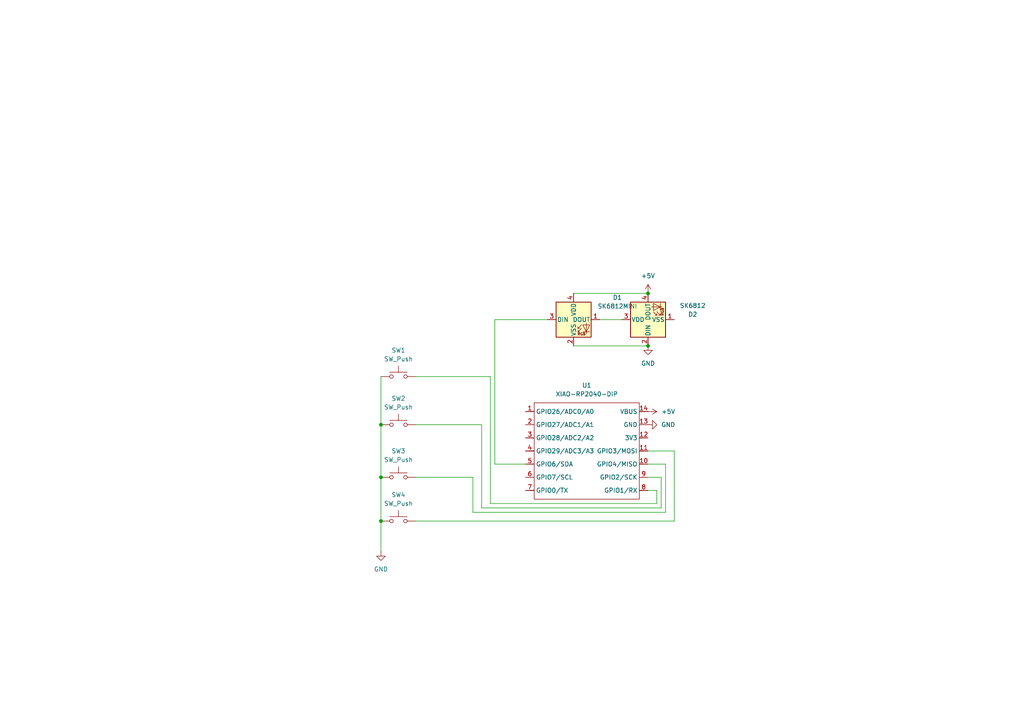
<source format=kicad_sch>
(kicad_sch
	(version 20250114)
	(generator "eeschema")
	(generator_version "9.0")
	(uuid "47e19dde-536f-4392-b4c3-c3d4dead2700")
	(paper "A4")
	(lib_symbols
		(symbol "LED:SK6812"
			(pin_names
				(offset 0.254)
			)
			(exclude_from_sim no)
			(in_bom yes)
			(on_board yes)
			(property "Reference" "D"
				(at 5.08 5.715 0)
				(effects
					(font
						(size 1.27 1.27)
					)
					(justify right bottom)
				)
			)
			(property "Value" "SK6812"
				(at 1.27 -5.715 0)
				(effects
					(font
						(size 1.27 1.27)
					)
					(justify left top)
				)
			)
			(property "Footprint" "LED_SMD:LED_SK6812_PLCC4_5.0x5.0mm_P3.2mm"
				(at 1.27 -7.62 0)
				(effects
					(font
						(size 1.27 1.27)
					)
					(justify left top)
					(hide yes)
				)
			)
			(property "Datasheet" "https://cdn-shop.adafruit.com/product-files/1138/SK6812+LED+datasheet+.pdf"
				(at 2.54 -9.525 0)
				(effects
					(font
						(size 1.27 1.27)
					)
					(justify left top)
					(hide yes)
				)
			)
			(property "Description" "RGB LED with integrated controller"
				(at 0 0 0)
				(effects
					(font
						(size 1.27 1.27)
					)
					(hide yes)
				)
			)
			(property "ki_keywords" "RGB LED NeoPixel addressable"
				(at 0 0 0)
				(effects
					(font
						(size 1.27 1.27)
					)
					(hide yes)
				)
			)
			(property "ki_fp_filters" "LED*SK6812*PLCC*5.0x5.0mm*P3.2mm*"
				(at 0 0 0)
				(effects
					(font
						(size 1.27 1.27)
					)
					(hide yes)
				)
			)
			(symbol "SK6812_0_0"
				(text "RGB"
					(at 2.286 -4.191 0)
					(effects
						(font
							(size 0.762 0.762)
						)
					)
				)
			)
			(symbol "SK6812_0_1"
				(polyline
					(pts
						(xy 1.27 -2.54) (xy 1.778 -2.54)
					)
					(stroke
						(width 0)
						(type default)
					)
					(fill
						(type none)
					)
				)
				(polyline
					(pts
						(xy 1.27 -3.556) (xy 1.778 -3.556)
					)
					(stroke
						(width 0)
						(type default)
					)
					(fill
						(type none)
					)
				)
				(polyline
					(pts
						(xy 2.286 -1.524) (xy 1.27 -2.54) (xy 1.27 -2.032)
					)
					(stroke
						(width 0)
						(type default)
					)
					(fill
						(type none)
					)
				)
				(polyline
					(pts
						(xy 2.286 -2.54) (xy 1.27 -3.556) (xy 1.27 -3.048)
					)
					(stroke
						(width 0)
						(type default)
					)
					(fill
						(type none)
					)
				)
				(polyline
					(pts
						(xy 3.683 -1.016) (xy 3.683 -3.556) (xy 3.683 -4.064)
					)
					(stroke
						(width 0)
						(type default)
					)
					(fill
						(type none)
					)
				)
				(polyline
					(pts
						(xy 4.699 -1.524) (xy 2.667 -1.524) (xy 3.683 -3.556) (xy 4.699 -1.524)
					)
					(stroke
						(width 0)
						(type default)
					)
					(fill
						(type none)
					)
				)
				(polyline
					(pts
						(xy 4.699 -3.556) (xy 2.667 -3.556)
					)
					(stroke
						(width 0)
						(type default)
					)
					(fill
						(type none)
					)
				)
				(rectangle
					(start 5.08 5.08)
					(end -5.08 -5.08)
					(stroke
						(width 0.254)
						(type default)
					)
					(fill
						(type background)
					)
				)
			)
			(symbol "SK6812_1_1"
				(pin input line
					(at -7.62 0 0)
					(length 2.54)
					(name "DIN"
						(effects
							(font
								(size 1.27 1.27)
							)
						)
					)
					(number "2"
						(effects
							(font
								(size 1.27 1.27)
							)
						)
					)
				)
				(pin power_in line
					(at 0 7.62 270)
					(length 2.54)
					(name "VDD"
						(effects
							(font
								(size 1.27 1.27)
							)
						)
					)
					(number "3"
						(effects
							(font
								(size 1.27 1.27)
							)
						)
					)
				)
				(pin power_in line
					(at 0 -7.62 90)
					(length 2.54)
					(name "VSS"
						(effects
							(font
								(size 1.27 1.27)
							)
						)
					)
					(number "1"
						(effects
							(font
								(size 1.27 1.27)
							)
						)
					)
				)
				(pin output line
					(at 7.62 0 180)
					(length 2.54)
					(name "DOUT"
						(effects
							(font
								(size 1.27 1.27)
							)
						)
					)
					(number "4"
						(effects
							(font
								(size 1.27 1.27)
							)
						)
					)
				)
			)
			(embedded_fonts no)
		)
		(symbol "LED:SK6812MINI"
			(pin_names
				(offset 0.254)
			)
			(exclude_from_sim no)
			(in_bom yes)
			(on_board yes)
			(property "Reference" "D"
				(at 5.08 5.715 0)
				(effects
					(font
						(size 1.27 1.27)
					)
					(justify right bottom)
				)
			)
			(property "Value" "SK6812MINI"
				(at 1.27 -5.715 0)
				(effects
					(font
						(size 1.27 1.27)
					)
					(justify left top)
				)
			)
			(property "Footprint" "LED_SMD:LED_SK6812MINI_PLCC4_3.5x3.5mm_P1.75mm"
				(at 1.27 -7.62 0)
				(effects
					(font
						(size 1.27 1.27)
					)
					(justify left top)
					(hide yes)
				)
			)
			(property "Datasheet" "https://cdn-shop.adafruit.com/product-files/2686/SK6812MINI_REV.01-1-2.pdf"
				(at 2.54 -9.525 0)
				(effects
					(font
						(size 1.27 1.27)
					)
					(justify left top)
					(hide yes)
				)
			)
			(property "Description" "RGB LED with integrated controller"
				(at 0 0 0)
				(effects
					(font
						(size 1.27 1.27)
					)
					(hide yes)
				)
			)
			(property "ki_keywords" "RGB LED NeoPixel Mini addressable"
				(at 0 0 0)
				(effects
					(font
						(size 1.27 1.27)
					)
					(hide yes)
				)
			)
			(property "ki_fp_filters" "LED*SK6812MINI*PLCC*3.5x3.5mm*P1.75mm*"
				(at 0 0 0)
				(effects
					(font
						(size 1.27 1.27)
					)
					(hide yes)
				)
			)
			(symbol "SK6812MINI_0_0"
				(text "RGB"
					(at 2.286 -4.191 0)
					(effects
						(font
							(size 0.762 0.762)
						)
					)
				)
			)
			(symbol "SK6812MINI_0_1"
				(polyline
					(pts
						(xy 1.27 -2.54) (xy 1.778 -2.54)
					)
					(stroke
						(width 0)
						(type default)
					)
					(fill
						(type none)
					)
				)
				(polyline
					(pts
						(xy 1.27 -3.556) (xy 1.778 -3.556)
					)
					(stroke
						(width 0)
						(type default)
					)
					(fill
						(type none)
					)
				)
				(polyline
					(pts
						(xy 2.286 -1.524) (xy 1.27 -2.54) (xy 1.27 -2.032)
					)
					(stroke
						(width 0)
						(type default)
					)
					(fill
						(type none)
					)
				)
				(polyline
					(pts
						(xy 2.286 -2.54) (xy 1.27 -3.556) (xy 1.27 -3.048)
					)
					(stroke
						(width 0)
						(type default)
					)
					(fill
						(type none)
					)
				)
				(polyline
					(pts
						(xy 3.683 -1.016) (xy 3.683 -3.556) (xy 3.683 -4.064)
					)
					(stroke
						(width 0)
						(type default)
					)
					(fill
						(type none)
					)
				)
				(polyline
					(pts
						(xy 4.699 -1.524) (xy 2.667 -1.524) (xy 3.683 -3.556) (xy 4.699 -1.524)
					)
					(stroke
						(width 0)
						(type default)
					)
					(fill
						(type none)
					)
				)
				(polyline
					(pts
						(xy 4.699 -3.556) (xy 2.667 -3.556)
					)
					(stroke
						(width 0)
						(type default)
					)
					(fill
						(type none)
					)
				)
				(rectangle
					(start 5.08 5.08)
					(end -5.08 -5.08)
					(stroke
						(width 0.254)
						(type default)
					)
					(fill
						(type background)
					)
				)
			)
			(symbol "SK6812MINI_1_1"
				(pin input line
					(at -7.62 0 0)
					(length 2.54)
					(name "DIN"
						(effects
							(font
								(size 1.27 1.27)
							)
						)
					)
					(number "3"
						(effects
							(font
								(size 1.27 1.27)
							)
						)
					)
				)
				(pin power_in line
					(at 0 7.62 270)
					(length 2.54)
					(name "VDD"
						(effects
							(font
								(size 1.27 1.27)
							)
						)
					)
					(number "4"
						(effects
							(font
								(size 1.27 1.27)
							)
						)
					)
				)
				(pin power_in line
					(at 0 -7.62 90)
					(length 2.54)
					(name "VSS"
						(effects
							(font
								(size 1.27 1.27)
							)
						)
					)
					(number "2"
						(effects
							(font
								(size 1.27 1.27)
							)
						)
					)
				)
				(pin output line
					(at 7.62 0 180)
					(length 2.54)
					(name "DOUT"
						(effects
							(font
								(size 1.27 1.27)
							)
						)
					)
					(number "1"
						(effects
							(font
								(size 1.27 1.27)
							)
						)
					)
				)
			)
			(embedded_fonts no)
		)
		(symbol "Seeed_Studio_XIAO_Series:XIAO-RP2040-DIP"
			(exclude_from_sim no)
			(in_bom yes)
			(on_board yes)
			(property "Reference" "U"
				(at 0 0 0)
				(effects
					(font
						(size 1.27 1.27)
					)
				)
			)
			(property "Value" "XIAO-RP2040-DIP"
				(at 5.334 -1.778 0)
				(effects
					(font
						(size 1.27 1.27)
					)
				)
			)
			(property "Footprint" "Module:MOUDLE14P-XIAO-DIP-SMD"
				(at 14.478 -32.258 0)
				(effects
					(font
						(size 1.27 1.27)
					)
					(hide yes)
				)
			)
			(property "Datasheet" ""
				(at 0 0 0)
				(effects
					(font
						(size 1.27 1.27)
					)
					(hide yes)
				)
			)
			(property "Description" ""
				(at 0 0 0)
				(effects
					(font
						(size 1.27 1.27)
					)
					(hide yes)
				)
			)
			(symbol "XIAO-RP2040-DIP_1_0"
				(polyline
					(pts
						(xy -1.27 -2.54) (xy 29.21 -2.54)
					)
					(stroke
						(width 0.1524)
						(type solid)
					)
					(fill
						(type none)
					)
				)
				(polyline
					(pts
						(xy -1.27 -5.08) (xy -2.54 -5.08)
					)
					(stroke
						(width 0.1524)
						(type solid)
					)
					(fill
						(type none)
					)
				)
				(polyline
					(pts
						(xy -1.27 -5.08) (xy -1.27 -2.54)
					)
					(stroke
						(width 0.1524)
						(type solid)
					)
					(fill
						(type none)
					)
				)
				(polyline
					(pts
						(xy -1.27 -8.89) (xy -2.54 -8.89)
					)
					(stroke
						(width 0.1524)
						(type solid)
					)
					(fill
						(type none)
					)
				)
				(polyline
					(pts
						(xy -1.27 -8.89) (xy -1.27 -5.08)
					)
					(stroke
						(width 0.1524)
						(type solid)
					)
					(fill
						(type none)
					)
				)
				(polyline
					(pts
						(xy -1.27 -12.7) (xy -2.54 -12.7)
					)
					(stroke
						(width 0.1524)
						(type solid)
					)
					(fill
						(type none)
					)
				)
				(polyline
					(pts
						(xy -1.27 -12.7) (xy -1.27 -8.89)
					)
					(stroke
						(width 0.1524)
						(type solid)
					)
					(fill
						(type none)
					)
				)
				(polyline
					(pts
						(xy -1.27 -16.51) (xy -2.54 -16.51)
					)
					(stroke
						(width 0.1524)
						(type solid)
					)
					(fill
						(type none)
					)
				)
				(polyline
					(pts
						(xy -1.27 -16.51) (xy -1.27 -12.7)
					)
					(stroke
						(width 0.1524)
						(type solid)
					)
					(fill
						(type none)
					)
				)
				(polyline
					(pts
						(xy -1.27 -20.32) (xy -2.54 -20.32)
					)
					(stroke
						(width 0.1524)
						(type solid)
					)
					(fill
						(type none)
					)
				)
				(polyline
					(pts
						(xy -1.27 -24.13) (xy -2.54 -24.13)
					)
					(stroke
						(width 0.1524)
						(type solid)
					)
					(fill
						(type none)
					)
				)
				(polyline
					(pts
						(xy -1.27 -27.94) (xy -2.54 -27.94)
					)
					(stroke
						(width 0.1524)
						(type solid)
					)
					(fill
						(type none)
					)
				)
				(polyline
					(pts
						(xy -1.27 -30.48) (xy -1.27 -16.51)
					)
					(stroke
						(width 0.1524)
						(type solid)
					)
					(fill
						(type none)
					)
				)
				(polyline
					(pts
						(xy 29.21 -2.54) (xy 29.21 -5.08)
					)
					(stroke
						(width 0.1524)
						(type solid)
					)
					(fill
						(type none)
					)
				)
				(polyline
					(pts
						(xy 29.21 -5.08) (xy 29.21 -8.89)
					)
					(stroke
						(width 0.1524)
						(type solid)
					)
					(fill
						(type none)
					)
				)
				(polyline
					(pts
						(xy 29.21 -8.89) (xy 29.21 -12.7)
					)
					(stroke
						(width 0.1524)
						(type solid)
					)
					(fill
						(type none)
					)
				)
				(polyline
					(pts
						(xy 29.21 -12.7) (xy 29.21 -30.48)
					)
					(stroke
						(width 0.1524)
						(type solid)
					)
					(fill
						(type none)
					)
				)
				(polyline
					(pts
						(xy 29.21 -30.48) (xy -1.27 -30.48)
					)
					(stroke
						(width 0.1524)
						(type solid)
					)
					(fill
						(type none)
					)
				)
				(polyline
					(pts
						(xy 30.48 -5.08) (xy 29.21 -5.08)
					)
					(stroke
						(width 0.1524)
						(type solid)
					)
					(fill
						(type none)
					)
				)
				(polyline
					(pts
						(xy 30.48 -8.89) (xy 29.21 -8.89)
					)
					(stroke
						(width 0.1524)
						(type solid)
					)
					(fill
						(type none)
					)
				)
				(polyline
					(pts
						(xy 30.48 -12.7) (xy 29.21 -12.7)
					)
					(stroke
						(width 0.1524)
						(type solid)
					)
					(fill
						(type none)
					)
				)
				(polyline
					(pts
						(xy 30.48 -16.51) (xy 29.21 -16.51)
					)
					(stroke
						(width 0.1524)
						(type solid)
					)
					(fill
						(type none)
					)
				)
				(polyline
					(pts
						(xy 30.48 -20.32) (xy 29.21 -20.32)
					)
					(stroke
						(width 0.1524)
						(type solid)
					)
					(fill
						(type none)
					)
				)
				(polyline
					(pts
						(xy 30.48 -24.13) (xy 29.21 -24.13)
					)
					(stroke
						(width 0.1524)
						(type solid)
					)
					(fill
						(type none)
					)
				)
				(polyline
					(pts
						(xy 30.48 -27.94) (xy 29.21 -27.94)
					)
					(stroke
						(width 0.1524)
						(type solid)
					)
					(fill
						(type none)
					)
				)
				(pin passive line
					(at -3.81 -5.08 0)
					(length 2.54)
					(name "GPIO26/ADC0/A0"
						(effects
							(font
								(size 1.27 1.27)
							)
						)
					)
					(number "1"
						(effects
							(font
								(size 1.27 1.27)
							)
						)
					)
				)
				(pin passive line
					(at -3.81 -8.89 0)
					(length 2.54)
					(name "GPIO27/ADC1/A1"
						(effects
							(font
								(size 1.27 1.27)
							)
						)
					)
					(number "2"
						(effects
							(font
								(size 1.27 1.27)
							)
						)
					)
				)
				(pin passive line
					(at -3.81 -12.7 0)
					(length 2.54)
					(name "GPIO28/ADC2/A2"
						(effects
							(font
								(size 1.27 1.27)
							)
						)
					)
					(number "3"
						(effects
							(font
								(size 1.27 1.27)
							)
						)
					)
				)
				(pin passive line
					(at -3.81 -16.51 0)
					(length 2.54)
					(name "GPIO29/ADC3/A3"
						(effects
							(font
								(size 1.27 1.27)
							)
						)
					)
					(number "4"
						(effects
							(font
								(size 1.27 1.27)
							)
						)
					)
				)
				(pin passive line
					(at -3.81 -20.32 0)
					(length 2.54)
					(name "GPIO6/SDA"
						(effects
							(font
								(size 1.27 1.27)
							)
						)
					)
					(number "5"
						(effects
							(font
								(size 1.27 1.27)
							)
						)
					)
				)
				(pin passive line
					(at -3.81 -24.13 0)
					(length 2.54)
					(name "GPIO7/SCL"
						(effects
							(font
								(size 1.27 1.27)
							)
						)
					)
					(number "6"
						(effects
							(font
								(size 1.27 1.27)
							)
						)
					)
				)
				(pin passive line
					(at -3.81 -27.94 0)
					(length 2.54)
					(name "GPIO0/TX"
						(effects
							(font
								(size 1.27 1.27)
							)
						)
					)
					(number "7"
						(effects
							(font
								(size 1.27 1.27)
							)
						)
					)
				)
				(pin passive line
					(at 31.75 -5.08 180)
					(length 2.54)
					(name "VBUS"
						(effects
							(font
								(size 1.27 1.27)
							)
						)
					)
					(number "14"
						(effects
							(font
								(size 1.27 1.27)
							)
						)
					)
				)
				(pin passive line
					(at 31.75 -8.89 180)
					(length 2.54)
					(name "GND"
						(effects
							(font
								(size 1.27 1.27)
							)
						)
					)
					(number "13"
						(effects
							(font
								(size 1.27 1.27)
							)
						)
					)
				)
				(pin passive line
					(at 31.75 -12.7 180)
					(length 2.54)
					(name "3V3"
						(effects
							(font
								(size 1.27 1.27)
							)
						)
					)
					(number "12"
						(effects
							(font
								(size 1.27 1.27)
							)
						)
					)
				)
				(pin passive line
					(at 31.75 -16.51 180)
					(length 2.54)
					(name "GPIO3/MOSI"
						(effects
							(font
								(size 1.27 1.27)
							)
						)
					)
					(number "11"
						(effects
							(font
								(size 1.27 1.27)
							)
						)
					)
				)
				(pin passive line
					(at 31.75 -20.32 180)
					(length 2.54)
					(name "GPIO4/MISO"
						(effects
							(font
								(size 1.27 1.27)
							)
						)
					)
					(number "10"
						(effects
							(font
								(size 1.27 1.27)
							)
						)
					)
				)
				(pin passive line
					(at 31.75 -24.13 180)
					(length 2.54)
					(name "GPIO2/SCK"
						(effects
							(font
								(size 1.27 1.27)
							)
						)
					)
					(number "9"
						(effects
							(font
								(size 1.27 1.27)
							)
						)
					)
				)
				(pin passive line
					(at 31.75 -27.94 180)
					(length 2.54)
					(name "GPIO1/RX"
						(effects
							(font
								(size 1.27 1.27)
							)
						)
					)
					(number "8"
						(effects
							(font
								(size 1.27 1.27)
							)
						)
					)
				)
			)
			(embedded_fonts no)
		)
		(symbol "Switch:SW_Push"
			(pin_numbers
				(hide yes)
			)
			(pin_names
				(offset 1.016)
				(hide yes)
			)
			(exclude_from_sim no)
			(in_bom yes)
			(on_board yes)
			(property "Reference" "SW"
				(at 1.27 2.54 0)
				(effects
					(font
						(size 1.27 1.27)
					)
					(justify left)
				)
			)
			(property "Value" "SW_Push"
				(at 0 -1.524 0)
				(effects
					(font
						(size 1.27 1.27)
					)
				)
			)
			(property "Footprint" ""
				(at 0 5.08 0)
				(effects
					(font
						(size 1.27 1.27)
					)
					(hide yes)
				)
			)
			(property "Datasheet" "~"
				(at 0 5.08 0)
				(effects
					(font
						(size 1.27 1.27)
					)
					(hide yes)
				)
			)
			(property "Description" "Push button switch, generic, two pins"
				(at 0 0 0)
				(effects
					(font
						(size 1.27 1.27)
					)
					(hide yes)
				)
			)
			(property "ki_keywords" "switch normally-open pushbutton push-button"
				(at 0 0 0)
				(effects
					(font
						(size 1.27 1.27)
					)
					(hide yes)
				)
			)
			(symbol "SW_Push_0_1"
				(circle
					(center -2.032 0)
					(radius 0.508)
					(stroke
						(width 0)
						(type default)
					)
					(fill
						(type none)
					)
				)
				(polyline
					(pts
						(xy 0 1.27) (xy 0 3.048)
					)
					(stroke
						(width 0)
						(type default)
					)
					(fill
						(type none)
					)
				)
				(circle
					(center 2.032 0)
					(radius 0.508)
					(stroke
						(width 0)
						(type default)
					)
					(fill
						(type none)
					)
				)
				(polyline
					(pts
						(xy 2.54 1.27) (xy -2.54 1.27)
					)
					(stroke
						(width 0)
						(type default)
					)
					(fill
						(type none)
					)
				)
				(pin passive line
					(at -5.08 0 0)
					(length 2.54)
					(name "1"
						(effects
							(font
								(size 1.27 1.27)
							)
						)
					)
					(number "1"
						(effects
							(font
								(size 1.27 1.27)
							)
						)
					)
				)
				(pin passive line
					(at 5.08 0 180)
					(length 2.54)
					(name "2"
						(effects
							(font
								(size 1.27 1.27)
							)
						)
					)
					(number "2"
						(effects
							(font
								(size 1.27 1.27)
							)
						)
					)
				)
			)
			(embedded_fonts no)
		)
		(symbol "power:+5V"
			(power)
			(pin_numbers
				(hide yes)
			)
			(pin_names
				(offset 0)
				(hide yes)
			)
			(exclude_from_sim no)
			(in_bom yes)
			(on_board yes)
			(property "Reference" "#PWR"
				(at 0 -3.81 0)
				(effects
					(font
						(size 1.27 1.27)
					)
					(hide yes)
				)
			)
			(property "Value" "+5V"
				(at 0 3.556 0)
				(effects
					(font
						(size 1.27 1.27)
					)
				)
			)
			(property "Footprint" ""
				(at 0 0 0)
				(effects
					(font
						(size 1.27 1.27)
					)
					(hide yes)
				)
			)
			(property "Datasheet" ""
				(at 0 0 0)
				(effects
					(font
						(size 1.27 1.27)
					)
					(hide yes)
				)
			)
			(property "Description" "Power symbol creates a global label with name \"+5V\""
				(at 0 0 0)
				(effects
					(font
						(size 1.27 1.27)
					)
					(hide yes)
				)
			)
			(property "ki_keywords" "global power"
				(at 0 0 0)
				(effects
					(font
						(size 1.27 1.27)
					)
					(hide yes)
				)
			)
			(symbol "+5V_0_1"
				(polyline
					(pts
						(xy -0.762 1.27) (xy 0 2.54)
					)
					(stroke
						(width 0)
						(type default)
					)
					(fill
						(type none)
					)
				)
				(polyline
					(pts
						(xy 0 2.54) (xy 0.762 1.27)
					)
					(stroke
						(width 0)
						(type default)
					)
					(fill
						(type none)
					)
				)
				(polyline
					(pts
						(xy 0 0) (xy 0 2.54)
					)
					(stroke
						(width 0)
						(type default)
					)
					(fill
						(type none)
					)
				)
			)
			(symbol "+5V_1_1"
				(pin power_in line
					(at 0 0 90)
					(length 0)
					(name "~"
						(effects
							(font
								(size 1.27 1.27)
							)
						)
					)
					(number "1"
						(effects
							(font
								(size 1.27 1.27)
							)
						)
					)
				)
			)
			(embedded_fonts no)
		)
		(symbol "power:GND"
			(power)
			(pin_numbers
				(hide yes)
			)
			(pin_names
				(offset 0)
				(hide yes)
			)
			(exclude_from_sim no)
			(in_bom yes)
			(on_board yes)
			(property "Reference" "#PWR"
				(at 0 -6.35 0)
				(effects
					(font
						(size 1.27 1.27)
					)
					(hide yes)
				)
			)
			(property "Value" "GND"
				(at 0 -3.81 0)
				(effects
					(font
						(size 1.27 1.27)
					)
				)
			)
			(property "Footprint" ""
				(at 0 0 0)
				(effects
					(font
						(size 1.27 1.27)
					)
					(hide yes)
				)
			)
			(property "Datasheet" ""
				(at 0 0 0)
				(effects
					(font
						(size 1.27 1.27)
					)
					(hide yes)
				)
			)
			(property "Description" "Power symbol creates a global label with name \"GND\" , ground"
				(at 0 0 0)
				(effects
					(font
						(size 1.27 1.27)
					)
					(hide yes)
				)
			)
			(property "ki_keywords" "global power"
				(at 0 0 0)
				(effects
					(font
						(size 1.27 1.27)
					)
					(hide yes)
				)
			)
			(symbol "GND_0_1"
				(polyline
					(pts
						(xy 0 0) (xy 0 -1.27) (xy 1.27 -1.27) (xy 0 -2.54) (xy -1.27 -1.27) (xy 0 -1.27)
					)
					(stroke
						(width 0)
						(type default)
					)
					(fill
						(type none)
					)
				)
			)
			(symbol "GND_1_1"
				(pin power_in line
					(at 0 0 270)
					(length 0)
					(name "~"
						(effects
							(font
								(size 1.27 1.27)
							)
						)
					)
					(number "1"
						(effects
							(font
								(size 1.27 1.27)
							)
						)
					)
				)
			)
			(embedded_fonts no)
		)
	)
	(junction
		(at 187.96 85.09)
		(diameter 0)
		(color 0 0 0 0)
		(uuid "2d785f85-4334-4498-983d-253f05b7bbab")
	)
	(junction
		(at 110.49 138.43)
		(diameter 0)
		(color 0 0 0 0)
		(uuid "309d37b0-2ad0-4d81-8794-3ef85deeac0e")
	)
	(junction
		(at 110.49 123.19)
		(diameter 0)
		(color 0 0 0 0)
		(uuid "62f933d8-159f-4bdd-81fb-69260f7ed363")
	)
	(junction
		(at 187.96 100.33)
		(diameter 0)
		(color 0 0 0 0)
		(uuid "9b6cf75f-aee5-480a-8823-1cd0d336a7c1")
	)
	(junction
		(at 110.49 151.13)
		(diameter 0)
		(color 0 0 0 0)
		(uuid "c5f279e5-0ca7-4667-a7a3-6309b4a213ac")
	)
	(wire
		(pts
			(xy 110.49 109.22) (xy 110.49 123.19)
		)
		(stroke
			(width 0)
			(type default)
		)
		(uuid "0265ea70-d5c7-4e9e-b598-fcabc4e2be4d")
	)
	(wire
		(pts
			(xy 120.65 109.22) (xy 142.24 109.22)
		)
		(stroke
			(width 0)
			(type default)
		)
		(uuid "184bd59d-0c60-49fc-85cf-798b0d5a38cb")
	)
	(wire
		(pts
			(xy 195.58 151.13) (xy 195.58 130.81)
		)
		(stroke
			(width 0)
			(type default)
		)
		(uuid "1a2854ec-8cd3-447b-8050-0db609b16d8d")
	)
	(wire
		(pts
			(xy 190.5 146.05) (xy 190.5 142.24)
		)
		(stroke
			(width 0)
			(type default)
		)
		(uuid "1f36729d-ccb1-4c99-98ae-5be565fdee8a")
	)
	(wire
		(pts
			(xy 120.65 151.13) (xy 195.58 151.13)
		)
		(stroke
			(width 0)
			(type default)
		)
		(uuid "24719acb-acfb-42c9-bb83-c9b49c6403e8")
	)
	(wire
		(pts
			(xy 110.49 151.13) (xy 110.49 160.02)
		)
		(stroke
			(width 0)
			(type default)
		)
		(uuid "25b32992-e975-4674-b627-50375195f754")
	)
	(wire
		(pts
			(xy 166.37 100.33) (xy 187.96 100.33)
		)
		(stroke
			(width 0)
			(type default)
		)
		(uuid "317c7c92-2aaa-40c8-ab98-41353dadc2eb")
	)
	(wire
		(pts
			(xy 143.51 134.62) (xy 152.4 134.62)
		)
		(stroke
			(width 0)
			(type default)
		)
		(uuid "3432e580-3df5-4909-af57-86f2e4f07467")
	)
	(wire
		(pts
			(xy 195.58 130.81) (xy 187.96 130.81)
		)
		(stroke
			(width 0)
			(type default)
		)
		(uuid "3db4122b-16b2-4ad6-85f1-4319d531eddd")
	)
	(wire
		(pts
			(xy 137.16 148.59) (xy 193.04 148.59)
		)
		(stroke
			(width 0)
			(type default)
		)
		(uuid "51072464-fb62-4ea6-af90-8272b07cb84f")
	)
	(wire
		(pts
			(xy 191.77 147.32) (xy 191.77 138.43)
		)
		(stroke
			(width 0)
			(type default)
		)
		(uuid "54084545-2b54-4cc5-be9e-815fc3e95625")
	)
	(wire
		(pts
			(xy 142.24 109.22) (xy 142.24 146.05)
		)
		(stroke
			(width 0)
			(type default)
		)
		(uuid "59ca5d08-4936-44eb-a0c4-835660e08478")
	)
	(wire
		(pts
			(xy 120.65 123.19) (xy 139.7 123.19)
		)
		(stroke
			(width 0)
			(type default)
		)
		(uuid "629dd110-23a6-41b1-8756-594d73d82b64")
	)
	(wire
		(pts
			(xy 139.7 123.19) (xy 139.7 147.32)
		)
		(stroke
			(width 0)
			(type default)
		)
		(uuid "66965ac8-d625-4791-9ed4-c37e927ed8d8")
	)
	(wire
		(pts
			(xy 193.04 148.59) (xy 193.04 134.62)
		)
		(stroke
			(width 0)
			(type default)
		)
		(uuid "6d8e51c5-c3ff-44d2-8a85-77da89e8dd40")
	)
	(wire
		(pts
			(xy 190.5 142.24) (xy 187.96 142.24)
		)
		(stroke
			(width 0)
			(type default)
		)
		(uuid "76479207-2695-4758-93cd-695dd5aa42a7")
	)
	(wire
		(pts
			(xy 110.49 123.19) (xy 110.49 138.43)
		)
		(stroke
			(width 0)
			(type default)
		)
		(uuid "7fe81301-ba66-41ef-b7bd-1291bceea49e")
	)
	(wire
		(pts
			(xy 158.75 92.71) (xy 143.51 92.71)
		)
		(stroke
			(width 0)
			(type default)
		)
		(uuid "875f48ee-5efc-4ffa-bcd8-f43c25ad1d33")
	)
	(wire
		(pts
			(xy 173.99 92.71) (xy 180.34 92.71)
		)
		(stroke
			(width 0)
			(type default)
		)
		(uuid "8a32f326-8830-4fa0-92a2-46f90c1ada9f")
	)
	(wire
		(pts
			(xy 139.7 147.32) (xy 191.77 147.32)
		)
		(stroke
			(width 0)
			(type default)
		)
		(uuid "8e3e74ab-2aa6-438b-b63f-6444d3acffb2")
	)
	(wire
		(pts
			(xy 142.24 146.05) (xy 190.5 146.05)
		)
		(stroke
			(width 0)
			(type default)
		)
		(uuid "ab45ba29-5caf-4b27-a88f-f9829e6abeaa")
	)
	(wire
		(pts
			(xy 143.51 92.71) (xy 143.51 134.62)
		)
		(stroke
			(width 0)
			(type default)
		)
		(uuid "b7fce1bd-4f31-4d90-b174-306cb9129675")
	)
	(wire
		(pts
			(xy 166.37 85.09) (xy 187.96 85.09)
		)
		(stroke
			(width 0)
			(type default)
		)
		(uuid "bd97ad20-3954-4695-b7a3-a9caef362d76")
	)
	(wire
		(pts
			(xy 137.16 138.43) (xy 137.16 148.59)
		)
		(stroke
			(width 0)
			(type default)
		)
		(uuid "be98d908-b71d-4bed-82de-e78901f02cf7")
	)
	(wire
		(pts
			(xy 110.49 138.43) (xy 110.49 151.13)
		)
		(stroke
			(width 0)
			(type default)
		)
		(uuid "c0aa2deb-a71d-49e0-a276-5c3f91603b33")
	)
	(wire
		(pts
			(xy 193.04 134.62) (xy 187.96 134.62)
		)
		(stroke
			(width 0)
			(type default)
		)
		(uuid "cf08668f-3e5a-4293-aa65-7b3b546eadf5")
	)
	(wire
		(pts
			(xy 120.65 138.43) (xy 137.16 138.43)
		)
		(stroke
			(width 0)
			(type default)
		)
		(uuid "d82f319d-1071-4489-8165-3a8b670f6696")
	)
	(wire
		(pts
			(xy 191.77 138.43) (xy 187.96 138.43)
		)
		(stroke
			(width 0)
			(type default)
		)
		(uuid "f2d48a2d-f451-403d-87dd-65604afa35b8")
	)
	(symbol
		(lib_id "power:+5V")
		(at 187.96 119.38 270)
		(unit 1)
		(exclude_from_sim no)
		(in_bom yes)
		(on_board yes)
		(dnp no)
		(fields_autoplaced yes)
		(uuid "36a6e9d8-1175-4961-b778-80c4fa51eda6")
		(property "Reference" "#PWR03"
			(at 184.15 119.38 0)
			(effects
				(font
					(size 1.27 1.27)
				)
				(hide yes)
			)
		)
		(property "Value" "+5V"
			(at 191.77 119.3799 90)
			(effects
				(font
					(size 1.27 1.27)
				)
				(justify left)
			)
		)
		(property "Footprint" ""
			(at 187.96 119.38 0)
			(effects
				(font
					(size 1.27 1.27)
				)
				(hide yes)
			)
		)
		(property "Datasheet" ""
			(at 187.96 119.38 0)
			(effects
				(font
					(size 1.27 1.27)
				)
				(hide yes)
			)
		)
		(property "Description" "Power symbol creates a global label with name \"+5V\""
			(at 187.96 119.38 0)
			(effects
				(font
					(size 1.27 1.27)
				)
				(hide yes)
			)
		)
		(pin "1"
			(uuid "14f75e46-147c-4d13-b7a3-3dcbf1e08ca2")
		)
		(instances
			(project ""
				(path "/47e19dde-536f-4392-b4c3-c3d4dead2700"
					(reference "#PWR03")
					(unit 1)
				)
			)
		)
	)
	(symbol
		(lib_id "power:GND")
		(at 187.96 123.19 90)
		(unit 1)
		(exclude_from_sim no)
		(in_bom yes)
		(on_board yes)
		(dnp no)
		(fields_autoplaced yes)
		(uuid "531b8689-7d21-4c92-9f41-8a8c11263d10")
		(property "Reference" "#PWR02"
			(at 194.31 123.19 0)
			(effects
				(font
					(size 1.27 1.27)
				)
				(hide yes)
			)
		)
		(property "Value" "GND"
			(at 191.77 123.1899 90)
			(effects
				(font
					(size 1.27 1.27)
				)
				(justify right)
			)
		)
		(property "Footprint" ""
			(at 187.96 123.19 0)
			(effects
				(font
					(size 1.27 1.27)
				)
				(hide yes)
			)
		)
		(property "Datasheet" ""
			(at 187.96 123.19 0)
			(effects
				(font
					(size 1.27 1.27)
				)
				(hide yes)
			)
		)
		(property "Description" "Power symbol creates a global label with name \"GND\" , ground"
			(at 187.96 123.19 0)
			(effects
				(font
					(size 1.27 1.27)
				)
				(hide yes)
			)
		)
		(pin "1"
			(uuid "4a6798a1-ef01-46b2-8359-0057ed84492e")
		)
		(instances
			(project ""
				(path "/47e19dde-536f-4392-b4c3-c3d4dead2700"
					(reference "#PWR02")
					(unit 1)
				)
			)
		)
	)
	(symbol
		(lib_id "Switch:SW_Push")
		(at 115.57 123.19 0)
		(unit 1)
		(exclude_from_sim no)
		(in_bom yes)
		(on_board yes)
		(dnp no)
		(fields_autoplaced yes)
		(uuid "616641a3-bb27-40b4-a713-33621f3d9da1")
		(property "Reference" "SW2"
			(at 115.57 115.57 0)
			(effects
				(font
					(size 1.27 1.27)
				)
			)
		)
		(property "Value" "SW_Push"
			(at 115.57 118.11 0)
			(effects
				(font
					(size 1.27 1.27)
				)
			)
		)
		(property "Footprint" "Button_Switch_Keyboard:SW_Cherry_MX_1.00u_PCB"
			(at 115.57 118.11 0)
			(effects
				(font
					(size 1.27 1.27)
				)
				(hide yes)
			)
		)
		(property "Datasheet" "~"
			(at 115.57 118.11 0)
			(effects
				(font
					(size 1.27 1.27)
				)
				(hide yes)
			)
		)
		(property "Description" "Push button switch, generic, two pins"
			(at 115.57 123.19 0)
			(effects
				(font
					(size 1.27 1.27)
				)
				(hide yes)
			)
		)
		(pin "1"
			(uuid "2a9aa858-7ff0-4c27-ac92-6cac5acc5c04")
		)
		(pin "2"
			(uuid "a6668fe3-1ca1-43d8-93e1-23ab18dea5e8")
		)
		(instances
			(project ""
				(path "/47e19dde-536f-4392-b4c3-c3d4dead2700"
					(reference "SW2")
					(unit 1)
				)
			)
		)
	)
	(symbol
		(lib_id "Switch:SW_Push")
		(at 115.57 138.43 0)
		(unit 1)
		(exclude_from_sim no)
		(in_bom yes)
		(on_board yes)
		(dnp no)
		(fields_autoplaced yes)
		(uuid "8ea051e1-2b4a-4738-a076-253b043c6161")
		(property "Reference" "SW3"
			(at 115.57 130.81 0)
			(effects
				(font
					(size 1.27 1.27)
				)
			)
		)
		(property "Value" "SW_Push"
			(at 115.57 133.35 0)
			(effects
				(font
					(size 1.27 1.27)
				)
			)
		)
		(property "Footprint" "Button_Switch_Keyboard:SW_Cherry_MX_1.00u_PCB"
			(at 115.57 133.35 0)
			(effects
				(font
					(size 1.27 1.27)
				)
				(hide yes)
			)
		)
		(property "Datasheet" "~"
			(at 115.57 133.35 0)
			(effects
				(font
					(size 1.27 1.27)
				)
				(hide yes)
			)
		)
		(property "Description" "Push button switch, generic, two pins"
			(at 115.57 138.43 0)
			(effects
				(font
					(size 1.27 1.27)
				)
				(hide yes)
			)
		)
		(pin "2"
			(uuid "0332ac43-441f-4c11-8518-1c301174fbc1")
		)
		(pin "1"
			(uuid "52b0cba5-c6a1-4c9b-b5dd-7c0ef4a65c4b")
		)
		(instances
			(project ""
				(path "/47e19dde-536f-4392-b4c3-c3d4dead2700"
					(reference "SW3")
					(unit 1)
				)
			)
		)
	)
	(symbol
		(lib_id "LED:SK6812")
		(at 187.96 92.71 90)
		(unit 1)
		(exclude_from_sim no)
		(in_bom yes)
		(on_board yes)
		(dnp no)
		(uuid "92a8cab1-34bc-4971-866b-14300ae8e045")
		(property "Reference" "D2"
			(at 200.914 91.186 90)
			(effects
				(font
					(size 1.27 1.27)
				)
			)
		)
		(property "Value" "SK6812"
			(at 200.914 88.646 90)
			(effects
				(font
					(size 1.27 1.27)
				)
			)
		)
		(property "Footprint" "LED_SMD:LED_SK6812MINI_PLCC4_3.5x3.5mm_P1.75mm"
			(at 195.58 91.44 0)
			(effects
				(font
					(size 1.27 1.27)
				)
				(justify left top)
				(hide yes)
			)
		)
		(property "Datasheet" "https://cdn-shop.adafruit.com/product-files/1138/SK6812+LED+datasheet+.pdf"
			(at 197.485 90.17 0)
			(effects
				(font
					(size 1.27 1.27)
				)
				(justify left top)
				(hide yes)
			)
		)
		(property "Description" "RGB LED with integrated controller"
			(at 187.96 92.71 0)
			(effects
				(font
					(size 1.27 1.27)
				)
				(hide yes)
			)
		)
		(pin "4"
			(uuid "42404b55-a99e-49e6-b0c2-7d4f3a7f3261")
		)
		(pin "1"
			(uuid "6aed6207-9b20-41aa-bc30-bc592566beac")
		)
		(pin "3"
			(uuid "ca22887e-37ac-4952-9c28-63b8b5a8da7e")
		)
		(pin "2"
			(uuid "cfb3093e-b609-48b5-97e4-72176272982d")
		)
		(instances
			(project ""
				(path "/47e19dde-536f-4392-b4c3-c3d4dead2700"
					(reference "D2")
					(unit 1)
				)
			)
		)
	)
	(symbol
		(lib_id "power:GND")
		(at 110.49 160.02 0)
		(unit 1)
		(exclude_from_sim no)
		(in_bom yes)
		(on_board yes)
		(dnp no)
		(fields_autoplaced yes)
		(uuid "a4172e6b-e55f-40ac-bb9a-f120cca6258e")
		(property "Reference" "#PWR01"
			(at 110.49 166.37 0)
			(effects
				(font
					(size 1.27 1.27)
				)
				(hide yes)
			)
		)
		(property "Value" "GND"
			(at 110.49 165.1 0)
			(effects
				(font
					(size 1.27 1.27)
				)
			)
		)
		(property "Footprint" ""
			(at 110.49 160.02 0)
			(effects
				(font
					(size 1.27 1.27)
				)
				(hide yes)
			)
		)
		(property "Datasheet" ""
			(at 110.49 160.02 0)
			(effects
				(font
					(size 1.27 1.27)
				)
				(hide yes)
			)
		)
		(property "Description" "Power symbol creates a global label with name \"GND\" , ground"
			(at 110.49 160.02 0)
			(effects
				(font
					(size 1.27 1.27)
				)
				(hide yes)
			)
		)
		(pin "1"
			(uuid "5bcfaf04-0c5e-4c3d-bed2-dd6d2721e5f9")
		)
		(instances
			(project ""
				(path "/47e19dde-536f-4392-b4c3-c3d4dead2700"
					(reference "#PWR01")
					(unit 1)
				)
			)
		)
	)
	(symbol
		(lib_id "Seeed_Studio_XIAO_Series:XIAO-RP2040-DIP")
		(at 156.21 114.3 0)
		(unit 1)
		(exclude_from_sim no)
		(in_bom yes)
		(on_board yes)
		(dnp no)
		(fields_autoplaced yes)
		(uuid "ab4a0451-29c5-41ac-81bf-026e35d8b246")
		(property "Reference" "U1"
			(at 170.18 111.76 0)
			(effects
				(font
					(size 1.27 1.27)
				)
			)
		)
		(property "Value" "XIAO-RP2040-DIP"
			(at 170.18 114.3 0)
			(effects
				(font
					(size 1.27 1.27)
				)
			)
		)
		(property "Footprint" "Seeed Studio XIAO Series Library:XIAO-RP2040-DIP"
			(at 170.688 146.558 0)
			(effects
				(font
					(size 1.27 1.27)
				)
				(hide yes)
			)
		)
		(property "Datasheet" ""
			(at 156.21 114.3 0)
			(effects
				(font
					(size 1.27 1.27)
				)
				(hide yes)
			)
		)
		(property "Description" ""
			(at 156.21 114.3 0)
			(effects
				(font
					(size 1.27 1.27)
				)
				(hide yes)
			)
		)
		(pin "10"
			(uuid "9842bc3d-dc72-4171-a8c3-37aa1837dfd3")
		)
		(pin "1"
			(uuid "8e8f936d-1fc1-44d6-b7fc-e2ea447d0208")
		)
		(pin "2"
			(uuid "15dd673f-c5a1-43fb-be40-83a3630cf8fc")
		)
		(pin "3"
			(uuid "2d8c1682-c17e-4799-bcb7-5cdf1d00a0c1")
		)
		(pin "7"
			(uuid "684ab9fa-5b78-4542-92f5-ac6da31d5806")
		)
		(pin "14"
			(uuid "9986e5f2-c513-4006-9e38-377cc02f73f4")
		)
		(pin "13"
			(uuid "58cfbf4e-d593-499a-8e06-f41125028577")
		)
		(pin "4"
			(uuid "1c388556-5f81-45fe-8184-6d74b671b13f")
		)
		(pin "9"
			(uuid "2f338f67-8c56-42c2-a9d9-6822f0a8b385")
		)
		(pin "5"
			(uuid "353b73b7-f105-4305-96f5-e11e1c4d8594")
		)
		(pin "6"
			(uuid "f6d331b3-b43b-445a-9189-4a28f2e53b62")
		)
		(pin "8"
			(uuid "e1a1e24e-004a-4176-9057-df618e80618a")
		)
		(pin "12"
			(uuid "7e4bc641-2ced-43f6-8b54-7eb666d0bca5")
		)
		(pin "11"
			(uuid "422e3675-b4f2-4c5e-ac58-26e55b762ba9")
		)
		(instances
			(project ""
				(path "/47e19dde-536f-4392-b4c3-c3d4dead2700"
					(reference "U1")
					(unit 1)
				)
			)
		)
	)
	(symbol
		(lib_id "power:+5V")
		(at 187.96 85.09 0)
		(unit 1)
		(exclude_from_sim no)
		(in_bom yes)
		(on_board yes)
		(dnp no)
		(fields_autoplaced yes)
		(uuid "c1da0255-29a1-438d-8604-24fcb7e7bebc")
		(property "Reference" "#PWR04"
			(at 187.96 88.9 0)
			(effects
				(font
					(size 1.27 1.27)
				)
				(hide yes)
			)
		)
		(property "Value" "+5V"
			(at 187.96 80.01 0)
			(effects
				(font
					(size 1.27 1.27)
				)
			)
		)
		(property "Footprint" ""
			(at 187.96 85.09 0)
			(effects
				(font
					(size 1.27 1.27)
				)
				(hide yes)
			)
		)
		(property "Datasheet" ""
			(at 187.96 85.09 0)
			(effects
				(font
					(size 1.27 1.27)
				)
				(hide yes)
			)
		)
		(property "Description" "Power symbol creates a global label with name \"+5V\""
			(at 187.96 85.09 0)
			(effects
				(font
					(size 1.27 1.27)
				)
				(hide yes)
			)
		)
		(pin "1"
			(uuid "ef02c6bc-7a6a-448d-bdac-f37d53034ea3")
		)
		(instances
			(project ""
				(path "/47e19dde-536f-4392-b4c3-c3d4dead2700"
					(reference "#PWR04")
					(unit 1)
				)
			)
		)
	)
	(symbol
		(lib_id "Switch:SW_Push")
		(at 115.57 151.13 0)
		(unit 1)
		(exclude_from_sim no)
		(in_bom yes)
		(on_board yes)
		(dnp no)
		(fields_autoplaced yes)
		(uuid "d9cd253e-12dc-4e9d-99ed-ef9573b8aa76")
		(property "Reference" "SW4"
			(at 115.57 143.51 0)
			(effects
				(font
					(size 1.27 1.27)
				)
			)
		)
		(property "Value" "SW_Push"
			(at 115.57 146.05 0)
			(effects
				(font
					(size 1.27 1.27)
				)
			)
		)
		(property "Footprint" "Button_Switch_Keyboard:SW_Cherry_MX_1.00u_PCB"
			(at 115.57 146.05 0)
			(effects
				(font
					(size 1.27 1.27)
				)
				(hide yes)
			)
		)
		(property "Datasheet" "~"
			(at 115.57 146.05 0)
			(effects
				(font
					(size 1.27 1.27)
				)
				(hide yes)
			)
		)
		(property "Description" "Push button switch, generic, two pins"
			(at 115.57 151.13 0)
			(effects
				(font
					(size 1.27 1.27)
				)
				(hide yes)
			)
		)
		(pin "2"
			(uuid "1d86739d-b84d-4472-b2c8-b9e61d5bce8f")
		)
		(pin "1"
			(uuid "75c1cf6a-5d10-48dc-9240-f8f43e92d5ac")
		)
		(instances
			(project ""
				(path "/47e19dde-536f-4392-b4c3-c3d4dead2700"
					(reference "SW4")
					(unit 1)
				)
			)
		)
	)
	(symbol
		(lib_id "power:GND")
		(at 187.96 100.33 0)
		(unit 1)
		(exclude_from_sim no)
		(in_bom yes)
		(on_board yes)
		(dnp no)
		(fields_autoplaced yes)
		(uuid "eb2dd0d3-10d5-436d-906a-a067217f5c06")
		(property "Reference" "#PWR05"
			(at 187.96 106.68 0)
			(effects
				(font
					(size 1.27 1.27)
				)
				(hide yes)
			)
		)
		(property "Value" "GND"
			(at 187.96 105.41 0)
			(effects
				(font
					(size 1.27 1.27)
				)
			)
		)
		(property "Footprint" ""
			(at 187.96 100.33 0)
			(effects
				(font
					(size 1.27 1.27)
				)
				(hide yes)
			)
		)
		(property "Datasheet" ""
			(at 187.96 100.33 0)
			(effects
				(font
					(size 1.27 1.27)
				)
				(hide yes)
			)
		)
		(property "Description" "Power symbol creates a global label with name \"GND\" , ground"
			(at 187.96 100.33 0)
			(effects
				(font
					(size 1.27 1.27)
				)
				(hide yes)
			)
		)
		(pin "1"
			(uuid "1be6e169-d504-4fee-8f04-b73342e38152")
		)
		(instances
			(project ""
				(path "/47e19dde-536f-4392-b4c3-c3d4dead2700"
					(reference "#PWR05")
					(unit 1)
				)
			)
		)
	)
	(symbol
		(lib_id "LED:SK6812MINI")
		(at 166.37 92.71 0)
		(unit 1)
		(exclude_from_sim no)
		(in_bom yes)
		(on_board yes)
		(dnp no)
		(uuid "ec60e557-3dd0-4ccc-9eea-de10baefac10")
		(property "Reference" "D1"
			(at 179.07 86.2898 0)
			(effects
				(font
					(size 1.27 1.27)
				)
			)
		)
		(property "Value" "SK6812MINI"
			(at 179.07 88.8298 0)
			(effects
				(font
					(size 1.27 1.27)
				)
			)
		)
		(property "Footprint" "LED_SMD:LED_SK6812MINI_PLCC4_3.5x3.5mm_P1.75mm"
			(at 167.64 100.33 0)
			(effects
				(font
					(size 1.27 1.27)
				)
				(justify left top)
				(hide yes)
			)
		)
		(property "Datasheet" "https://cdn-shop.adafruit.com/product-files/2686/SK6812MINI_REV.01-1-2.pdf"
			(at 168.91 102.235 0)
			(effects
				(font
					(size 1.27 1.27)
				)
				(justify left top)
				(hide yes)
			)
		)
		(property "Description" "RGB LED with integrated controller"
			(at 166.37 92.71 0)
			(effects
				(font
					(size 1.27 1.27)
				)
				(hide yes)
			)
		)
		(pin "3"
			(uuid "976ed791-d9de-4e1a-aad6-dd3aad4e776e")
		)
		(pin "4"
			(uuid "bf856443-f90b-421b-98c1-a807fbaca1e2")
		)
		(pin "2"
			(uuid "bd0615c3-596f-4e85-8b60-0a82282d8b65")
		)
		(pin "1"
			(uuid "b6a29113-1b5c-40f0-b255-376c1a3d4767")
		)
		(instances
			(project ""
				(path "/47e19dde-536f-4392-b4c3-c3d4dead2700"
					(reference "D1")
					(unit 1)
				)
			)
		)
	)
	(symbol
		(lib_id "Switch:SW_Push")
		(at 115.57 109.22 0)
		(unit 1)
		(exclude_from_sim no)
		(in_bom yes)
		(on_board yes)
		(dnp no)
		(fields_autoplaced yes)
		(uuid "f75e3bf1-3062-4649-960f-fca4b50b5dc1")
		(property "Reference" "SW1"
			(at 115.57 101.6 0)
			(effects
				(font
					(size 1.27 1.27)
				)
			)
		)
		(property "Value" "SW_Push"
			(at 115.57 104.14 0)
			(effects
				(font
					(size 1.27 1.27)
				)
			)
		)
		(property "Footprint" "Button_Switch_Keyboard:SW_Cherry_MX_1.00u_PCB"
			(at 115.57 104.14 0)
			(effects
				(font
					(size 1.27 1.27)
				)
				(hide yes)
			)
		)
		(property "Datasheet" "~"
			(at 115.57 104.14 0)
			(effects
				(font
					(size 1.27 1.27)
				)
				(hide yes)
			)
		)
		(property "Description" "Push button switch, generic, two pins"
			(at 115.57 109.22 0)
			(effects
				(font
					(size 1.27 1.27)
				)
				(hide yes)
			)
		)
		(pin "2"
			(uuid "f5ae6634-27b8-436b-bd1c-bbd326895502")
		)
		(pin "1"
			(uuid "f995d4b9-8dde-48ef-b156-99c8eff3e4c8")
		)
		(instances
			(project ""
				(path "/47e19dde-536f-4392-b4c3-c3d4dead2700"
					(reference "SW1")
					(unit 1)
				)
			)
		)
	)
	(sheet_instances
		(path "/"
			(page "1")
		)
	)
	(embedded_fonts no)
)

</source>
